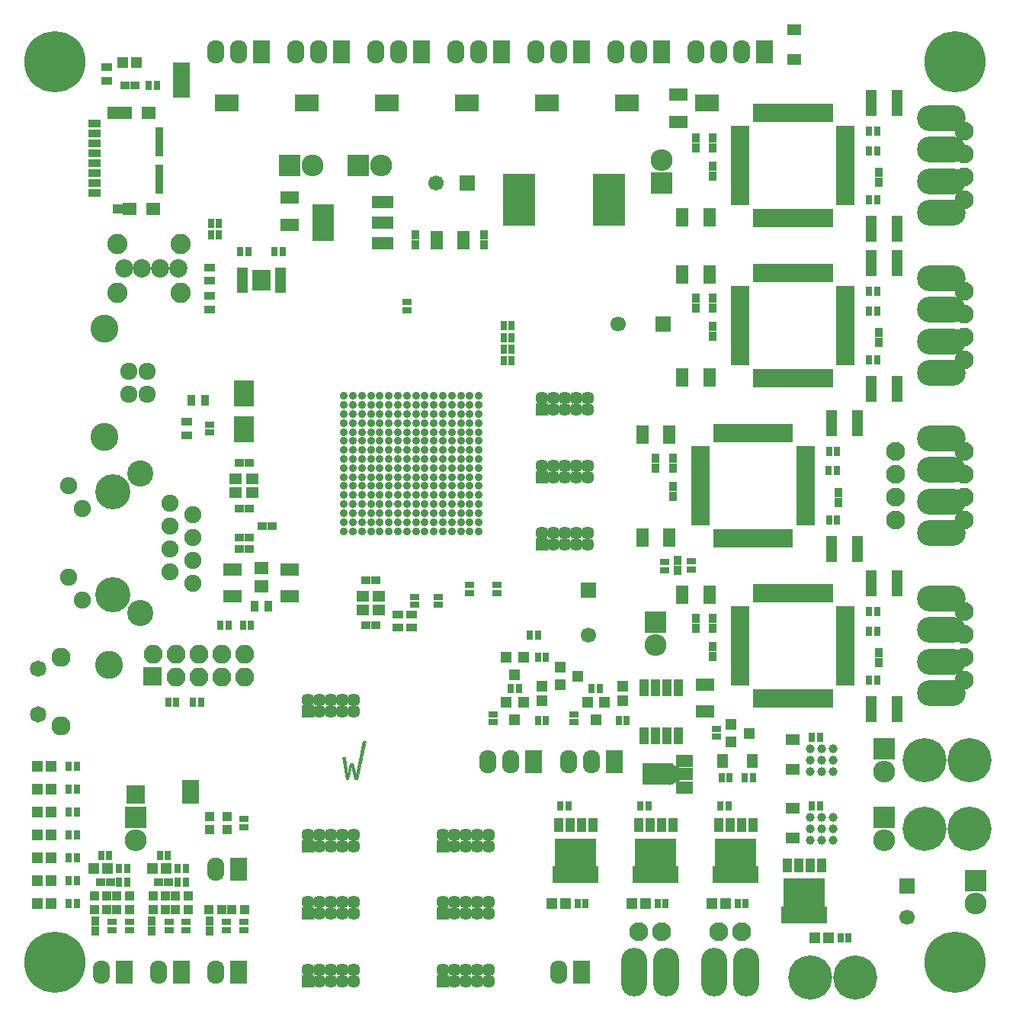
<source format=gts>
G04 #@! TF.FileFunction,Soldermask,Top*
%FSLAX46Y46*%
G04 Gerber Fmt 4.6, Leading zero omitted, Abs format (unit mm)*
G04 Created by KiCad (PCBNEW 4.0.7) date 02/13/20 09:13:16*
%MOMM*%
%LPD*%
G01*
G04 APERTURE LIST*
%ADD10C,0.100000*%
%ADD11C,0.002540*%
%ADD12C,2.100000*%
%ADD13O,5.400000X2.900000*%
%ADD14R,0.960000X2.000000*%
%ADD15R,2.000000X0.960000*%
%ADD16R,0.900000X1.000000*%
%ADD17R,1.400000X2.000000*%
%ADD18R,2.000000X1.400000*%
%ADD19R,1.200000X1.150000*%
%ADD20R,1.000000X0.900000*%
%ADD21R,1.650000X1.400000*%
%ADD22R,1.620000X1.310000*%
%ADD23R,1.197560X1.197560*%
%ADD24R,2.200860X2.899360*%
%ADD25R,1.900000X1.400000*%
%ADD26R,1.400000X1.900000*%
%ADD27R,0.900000X1.300000*%
%ADD28R,1.300000X0.900000*%
%ADD29R,3.600400X5.800040*%
%ADD30R,1.924000X2.597100*%
%ADD31O,1.924000X2.597100*%
%ADD32R,2.432000X2.432000*%
%ADD33O,2.432000X2.432000*%
%ADD34C,1.924000*%
%ADD35C,3.100020*%
%ADD36C,2.020000*%
%ADD37C,2.250000*%
%ADD38R,1.450000X1.450000*%
%ADD39C,1.450000*%
%ADD40R,1.400000X0.900000*%
%ADD41R,2.790000X1.450000*%
%ADD42R,1.600000X1.450000*%
%ADD43R,1.600000X1.480000*%
%ADD44R,1.180000X1.120000*%
%ADD45R,0.950000X3.310000*%
%ADD46R,1.200100X1.200100*%
%ADD47R,5.100000X1.900000*%
%ADD48R,4.600000X3.500000*%
%ADD49R,1.100000X1.550000*%
%ADD50C,1.000000*%
%ADD51R,1.000000X0.800000*%
%ADD52R,0.800000X1.000000*%
%ADD53R,1.300000X2.900000*%
%ADD54R,2.432000X4.057600*%
%ADD55R,2.432000X1.416000*%
%ADD56R,1.000000X1.950000*%
%ADD57R,1.290000X0.820000*%
%ADD58R,1.240000X1.340000*%
%ADD59C,6.800000*%
%ADD60R,1.400000X1.300000*%
%ADD61R,1.901140X1.400760*%
%ADD62R,3.399740X2.398980*%
%ADD63R,1.700000X1.700000*%
%ADD64C,1.700000*%
%ADD65O,2.900000X5.400000*%
%ADD66R,1.000000X1.100000*%
%ADD67C,4.900000*%
%ADD68C,2.127200*%
%ADD69C,1.822400*%
%ADD70R,2.100000X2.100000*%
%ADD71O,2.100000X2.100000*%
%ADD72C,3.100000*%
%ADD73R,1.600000X1.300000*%
%ADD74R,1.100000X1.000000*%
%ADD75R,1.200000X1.200000*%
%ADD76C,3.900000*%
%ADD77C,2.900000*%
%ADD78C,1.900000*%
%ADD79R,1.200000X1.300000*%
%ADD80R,1.300000X1.200000*%
%ADD81R,1.300000X1.600000*%
%ADD82C,0.900380*%
G04 APERTURE END LIST*
D10*
D11*
G36*
X62352364Y-107624067D02*
X62678133Y-107624067D01*
X62914604Y-109628285D01*
X63195723Y-108302062D01*
X63544643Y-108302062D01*
X63829070Y-109631593D01*
X64629986Y-105789622D01*
X64955754Y-105789622D01*
X64022546Y-110092960D01*
X63706700Y-110092960D01*
X63371010Y-108626176D01*
X63036973Y-110092960D01*
X62721127Y-110092960D01*
X62352364Y-107624067D01*
X62352364Y-107624067D01*
G37*
X62352364Y-107624067D02*
X62678133Y-107624067D01*
X62914604Y-109628285D01*
X63195723Y-108302062D01*
X63544643Y-108302062D01*
X63829070Y-109631593D01*
X64629986Y-105789622D01*
X64955754Y-105789622D01*
X64022546Y-110092960D01*
X63706700Y-110092960D01*
X63371010Y-108626176D01*
X63036973Y-110092960D01*
X62721127Y-110092960D01*
X62352364Y-107624067D01*
D12*
X123825000Y-73660000D03*
X123825000Y-76200000D03*
X131445000Y-78740000D03*
X123825000Y-81280000D03*
X131445000Y-81280000D03*
X123825000Y-78740000D03*
D13*
X128905000Y-82720000D03*
X128905000Y-79220000D03*
D12*
X131445000Y-76200000D03*
X131445000Y-73660000D03*
D13*
X128905000Y-75720000D03*
X128905000Y-72220000D03*
D14*
X108395000Y-47760000D03*
X109195000Y-47760000D03*
X109995000Y-47760000D03*
X110795000Y-47760000D03*
X111595000Y-47760000D03*
X112395000Y-47760000D03*
X113195000Y-47760000D03*
X113995000Y-47760000D03*
X114795000Y-47760000D03*
X115595000Y-47760000D03*
X116395000Y-47760000D03*
D15*
X118245000Y-45910000D03*
X118245000Y-45110000D03*
X118245000Y-44310000D03*
X118245000Y-43510000D03*
X118245000Y-42710000D03*
X118245000Y-41910000D03*
X118245000Y-41110000D03*
X118245000Y-40310000D03*
X118245000Y-39510000D03*
X118245000Y-38710000D03*
X118245000Y-37910000D03*
D14*
X116395000Y-36060000D03*
X115595000Y-36060000D03*
X114795000Y-36060000D03*
X113995000Y-36060000D03*
X113195000Y-36060000D03*
X112395000Y-36060000D03*
X111595000Y-36060000D03*
X110795000Y-36060000D03*
X109995000Y-36060000D03*
X109195000Y-36060000D03*
X108395000Y-36060000D03*
D15*
X106545000Y-37910000D03*
X106545000Y-38710000D03*
X106545000Y-39510000D03*
X106545000Y-40310000D03*
X106545000Y-41110000D03*
X106545000Y-41910000D03*
X106545000Y-42710000D03*
X106545000Y-43510000D03*
X106545000Y-44310000D03*
X106545000Y-45110000D03*
X106545000Y-45910000D03*
D16*
X34889400Y-125815000D03*
X34889400Y-126915000D03*
X41200070Y-125815000D03*
X41200070Y-126915000D03*
X78105000Y-49615000D03*
X78105000Y-50715000D03*
X70485000Y-49615000D03*
X70485000Y-50715000D03*
D17*
X75795000Y-50165000D03*
X72795000Y-50165000D03*
D18*
X56515000Y-45490000D03*
X56515000Y-48490000D03*
D16*
X47560230Y-125815000D03*
X47560230Y-126915000D03*
D19*
X42750000Y-120000000D03*
X41250000Y-120000000D03*
D20*
X43050000Y-121500000D03*
X41950000Y-121500000D03*
X66050000Y-93000000D03*
X64950000Y-93000000D03*
X64950000Y-88000000D03*
X66050000Y-88000000D03*
X38185000Y-33020000D03*
X39285000Y-33020000D03*
D19*
X37985000Y-30480000D03*
X39485000Y-30480000D03*
D16*
X103505000Y-43095000D03*
X103505000Y-41995000D03*
X121920000Y-43730000D03*
X121920000Y-42630000D03*
D18*
X99695000Y-37060000D03*
X99695000Y-34060000D03*
D17*
X103100000Y-47625000D03*
X100100000Y-47625000D03*
D16*
X101600000Y-39920000D03*
X101600000Y-38820000D03*
X103505000Y-39920000D03*
X103505000Y-38820000D03*
X103505000Y-60875000D03*
X103505000Y-59775000D03*
X121920000Y-61510000D03*
X121920000Y-60410000D03*
D17*
X103100000Y-53975000D03*
X100100000Y-53975000D03*
X103100000Y-65405000D03*
X100100000Y-65405000D03*
D16*
X101600000Y-57700000D03*
X101600000Y-56600000D03*
X103505000Y-57700000D03*
X103505000Y-56600000D03*
X99060000Y-78655000D03*
X99060000Y-77555000D03*
X117475000Y-79290000D03*
X117475000Y-78190000D03*
D17*
X98655000Y-71755000D03*
X95655000Y-71755000D03*
X98655000Y-83185000D03*
X95655000Y-83185000D03*
D16*
X97155000Y-75480000D03*
X97155000Y-74380000D03*
X99060000Y-75480000D03*
X99060000Y-74380000D03*
X103505000Y-96435000D03*
X103505000Y-95335000D03*
X121920000Y-97070000D03*
X121920000Y-95970000D03*
D17*
X103100000Y-89535000D03*
X100100000Y-89535000D03*
D18*
X102605136Y-102531096D03*
X102605136Y-99531096D03*
D16*
X101600000Y-93260000D03*
X101600000Y-92160000D03*
X103505000Y-93260000D03*
X103505000Y-92160000D03*
D18*
X56515000Y-86765000D03*
X56515000Y-89765000D03*
D20*
X54525000Y-81915000D03*
X53425000Y-81915000D03*
D18*
X50165000Y-86765000D03*
X50165000Y-89765000D03*
D20*
X50885000Y-83185000D03*
X51985000Y-83185000D03*
D21*
X53340000Y-86630000D03*
X53340000Y-88630000D03*
D20*
X50885000Y-84455000D03*
X51985000Y-84455000D03*
D22*
X112395000Y-105680000D03*
X112395000Y-108950000D03*
D23*
X95999300Y-123825000D03*
X94500700Y-123825000D03*
X104889300Y-123825000D03*
X103390700Y-123825000D03*
X87109300Y-123825000D03*
X85610700Y-123825000D03*
D24*
X51435000Y-67216020D03*
X51435000Y-71213980D03*
D23*
X116319300Y-127635000D03*
X114820700Y-127635000D03*
X29959300Y-108585000D03*
X28460700Y-108585000D03*
X29959300Y-113665000D03*
X28460700Y-113665000D03*
X29959300Y-116205000D03*
X28460700Y-116205000D03*
X29959300Y-118745000D03*
X28460700Y-118745000D03*
X29959300Y-121285000D03*
X28460700Y-121285000D03*
X29959300Y-123825000D03*
X28460700Y-123825000D03*
D25*
X44450000Y-33655000D03*
X44450000Y-32385000D03*
X44450000Y-31115000D03*
D26*
X50175000Y-34925000D03*
X48905000Y-34925000D03*
X59065000Y-34925000D03*
X57795000Y-34925000D03*
X67955000Y-34925000D03*
X66685000Y-34925000D03*
X76845000Y-34925000D03*
X75575000Y-34925000D03*
X85735000Y-34925000D03*
X84465000Y-34925000D03*
X94625000Y-34925000D03*
X93355000Y-34925000D03*
X103515000Y-34925000D03*
X102245000Y-34925000D03*
D27*
X47105000Y-67945000D03*
X45605000Y-67945000D03*
D28*
X45085000Y-71870000D03*
X45085000Y-70370000D03*
X47625000Y-56400000D03*
X47625000Y-57900000D03*
X47625000Y-54725000D03*
X47625000Y-53225000D03*
X36195000Y-32500000D03*
X36195000Y-31000000D03*
X68500000Y-93250000D03*
X68500000Y-91750000D03*
X70000000Y-93250000D03*
X70000000Y-91750000D03*
D29*
X91996260Y-45720000D03*
X81993740Y-45720000D03*
D27*
X54090000Y-90805000D03*
X52590000Y-90805000D03*
D30*
X38100000Y-131521200D03*
D31*
X35560000Y-131521200D03*
D32*
X122555000Y-106680000D03*
D33*
X122555000Y-109220000D03*
D32*
X97100000Y-92600000D03*
D33*
X97100000Y-95140000D03*
D31*
X48260000Y-29286200D03*
D30*
X53340000Y-29286200D03*
D31*
X50800000Y-29286200D03*
D32*
X56515000Y-41910000D03*
D33*
X59055000Y-41910000D03*
D30*
X44450000Y-131521200D03*
D31*
X41910000Y-131521200D03*
X57150000Y-29286200D03*
D30*
X62230000Y-29286200D03*
D31*
X59690000Y-29286200D03*
D32*
X64135000Y-41910000D03*
D33*
X66675000Y-41910000D03*
D30*
X50800000Y-131521200D03*
D31*
X48260000Y-131521200D03*
X66040000Y-29286200D03*
D30*
X71120000Y-29286200D03*
D31*
X68580000Y-29286200D03*
D30*
X88900000Y-131521200D03*
D31*
X86360000Y-131521200D03*
X74930000Y-29286200D03*
D30*
X80010000Y-29286200D03*
D31*
X77470000Y-29286200D03*
D34*
X40640000Y-64770000D03*
X40640000Y-67310000D03*
X38641020Y-67310000D03*
X38641020Y-64770000D03*
D35*
X35941000Y-60040520D03*
X35941000Y-72039480D03*
D31*
X83820000Y-29286200D03*
D30*
X88900000Y-29286200D03*
D31*
X86360000Y-29286200D03*
X92710000Y-29286200D03*
D30*
X97790000Y-29286200D03*
D31*
X95250000Y-29286200D03*
D36*
X38100000Y-53340000D03*
X40100000Y-53340000D03*
X42100000Y-53340000D03*
D37*
X37370000Y-50620000D03*
D36*
X44100000Y-53340000D03*
D37*
X44370000Y-50620000D03*
X37370000Y-56060000D03*
X44370000Y-56060000D03*
D38*
X58500000Y-102500000D03*
D39*
X59770000Y-102500000D03*
X61040000Y-102500000D03*
X62310000Y-102500000D03*
X63580000Y-102500000D03*
X59770000Y-101230000D03*
X61040000Y-101230000D03*
X62310000Y-101230000D03*
X63580000Y-101230000D03*
X58500000Y-101230000D03*
D38*
X73500000Y-132500000D03*
D39*
X74770000Y-132500000D03*
X76040000Y-132500000D03*
X77310000Y-132500000D03*
X78580000Y-132500000D03*
X74770000Y-131230000D03*
X76040000Y-131230000D03*
X77310000Y-131230000D03*
X78580000Y-131230000D03*
X73500000Y-131230000D03*
D32*
X39370000Y-114300000D03*
D33*
X39370000Y-116840000D03*
D38*
X58500000Y-132500000D03*
D39*
X59770000Y-132500000D03*
X61040000Y-132500000D03*
X62310000Y-132500000D03*
X63580000Y-132500000D03*
X59770000Y-131230000D03*
X61040000Y-131230000D03*
X62310000Y-131230000D03*
X63580000Y-131230000D03*
X58500000Y-131230000D03*
D12*
X131445000Y-43180000D03*
X131445000Y-45720000D03*
D13*
X128905000Y-47160000D03*
X128905000Y-43660000D03*
D12*
X131445000Y-40640000D03*
X131445000Y-38100000D03*
D13*
X128905000Y-40160000D03*
X128905000Y-36660000D03*
D12*
X131445000Y-60960000D03*
X131445000Y-63500000D03*
D13*
X128905000Y-64940000D03*
X128905000Y-61440000D03*
D12*
X131445000Y-58420000D03*
X131445000Y-55880000D03*
D13*
X128905000Y-57940000D03*
X128905000Y-54440000D03*
D12*
X131445000Y-96520000D03*
X131445000Y-99060000D03*
D13*
X128905000Y-100500000D03*
X128905000Y-97000000D03*
D12*
X131445000Y-93980000D03*
X131445000Y-91440000D03*
D13*
X128905000Y-93500000D03*
X128905000Y-90000000D03*
D38*
X73500000Y-125000000D03*
D39*
X74770000Y-125000000D03*
X76040000Y-125000000D03*
X77310000Y-125000000D03*
X78580000Y-125000000D03*
X74770000Y-123730000D03*
X76040000Y-123730000D03*
X77310000Y-123730000D03*
X78580000Y-123730000D03*
X73500000Y-123730000D03*
D38*
X58500000Y-125000000D03*
D39*
X59770000Y-125000000D03*
X61040000Y-125000000D03*
X62310000Y-125000000D03*
X63580000Y-125000000D03*
X59770000Y-123730000D03*
X61040000Y-123730000D03*
X62310000Y-123730000D03*
X63580000Y-123730000D03*
X58500000Y-123730000D03*
D38*
X73500000Y-117500000D03*
D39*
X74770000Y-117500000D03*
X76040000Y-117500000D03*
X77310000Y-117500000D03*
X78580000Y-117500000D03*
X74770000Y-116230000D03*
X76040000Y-116230000D03*
X77310000Y-116230000D03*
X78580000Y-116230000D03*
X73500000Y-116230000D03*
D40*
X34790000Y-44960000D03*
X34790000Y-43860000D03*
X34790000Y-42760000D03*
X34790000Y-41660000D03*
X34790000Y-40560000D03*
X34790000Y-39460000D03*
X34790000Y-38360000D03*
X34790000Y-37260000D03*
D41*
X37595000Y-36085000D03*
D42*
X40780000Y-36085000D03*
X41350000Y-46735000D03*
D43*
X38740000Y-46735000D03*
D44*
X37470000Y-46735000D03*
D45*
X42025000Y-39265000D03*
X42025000Y-43455000D03*
D46*
X82450000Y-101499240D03*
X80550000Y-101499240D03*
X81500000Y-103498220D03*
X91450000Y-101499240D03*
X89550000Y-101499240D03*
X90500000Y-103498220D03*
D47*
X97155000Y-120650000D03*
D48*
X97155000Y-118350000D03*
D49*
X99055000Y-115175000D03*
X97785000Y-115175000D03*
X96515000Y-115175000D03*
X95245000Y-115175000D03*
D50*
X98425000Y-117475000D03*
X97155000Y-117475000D03*
X95885000Y-117475000D03*
X98425000Y-118745000D03*
X97155000Y-118745000D03*
X95885000Y-118745000D03*
X98425000Y-120015000D03*
X97155000Y-120015000D03*
X95885000Y-120015000D03*
D47*
X106045000Y-120650000D03*
D48*
X106045000Y-118350000D03*
D49*
X107945000Y-115175000D03*
X106675000Y-115175000D03*
X105405000Y-115175000D03*
X104135000Y-115175000D03*
D50*
X107315000Y-117475000D03*
X106045000Y-117475000D03*
X104775000Y-117475000D03*
X107315000Y-118745000D03*
X106045000Y-118745000D03*
X104775000Y-118745000D03*
X107315000Y-120015000D03*
X106045000Y-120015000D03*
X104775000Y-120015000D03*
D47*
X113665000Y-125095000D03*
D48*
X113665000Y-122795000D03*
D49*
X115565000Y-119620000D03*
X114295000Y-119620000D03*
X113025000Y-119620000D03*
X111755000Y-119620000D03*
D50*
X114935000Y-121920000D03*
X113665000Y-121920000D03*
X112395000Y-121920000D03*
X114935000Y-123190000D03*
X113665000Y-123190000D03*
X112395000Y-123190000D03*
X114935000Y-124460000D03*
X113665000Y-124460000D03*
X112395000Y-124460000D03*
D51*
X38699400Y-126815000D03*
X38699400Y-125915000D03*
X36794400Y-125915000D03*
X36794400Y-126815000D03*
D52*
X114485000Y-105410000D03*
X115385000Y-105410000D03*
X81050000Y-100000000D03*
X81950000Y-100000000D03*
X90050000Y-100000000D03*
X90950000Y-100000000D03*
X80250000Y-63600000D03*
X81150000Y-63600000D03*
X80250000Y-62300000D03*
X81150000Y-62300000D03*
D51*
X45010070Y-126815000D03*
X45010070Y-125915000D03*
X43105070Y-125915000D03*
X43105070Y-126815000D03*
X51370230Y-126815000D03*
X51370230Y-125915000D03*
X49465230Y-125915000D03*
X49465230Y-126815000D03*
D52*
X96335000Y-113030000D03*
X95435000Y-113030000D03*
X105225000Y-113030000D03*
X104325000Y-113030000D03*
D51*
X47625000Y-70670000D03*
X47625000Y-71570000D03*
D52*
X42050000Y-118500000D03*
X42950000Y-118500000D03*
X44950000Y-121500000D03*
X44050000Y-121500000D03*
X44950000Y-120000000D03*
X44050000Y-120000000D03*
X87445000Y-113030000D03*
X86545000Y-113030000D03*
D51*
X70400000Y-90700000D03*
X70400000Y-89800000D03*
D52*
X80250000Y-61000000D03*
X81150000Y-61000000D03*
X48650000Y-49600000D03*
X47750000Y-49600000D03*
X48650000Y-48300000D03*
X47750000Y-48300000D03*
X51885000Y-51435000D03*
X50985000Y-51435000D03*
X54795000Y-51435000D03*
X55695000Y-51435000D03*
D51*
X73000000Y-90700000D03*
X73000000Y-89800000D03*
D52*
X45760000Y-101500000D03*
X46660000Y-101500000D03*
X43010000Y-101500000D03*
X43910000Y-101500000D03*
D51*
X76500000Y-88500000D03*
X76500000Y-89400000D03*
X79500000Y-88500000D03*
X79500000Y-89400000D03*
X69500000Y-57950000D03*
X69500000Y-57050000D03*
D52*
X40825000Y-33020000D03*
X41725000Y-33020000D03*
X120835000Y-45720000D03*
X121735000Y-45720000D03*
D53*
X121105000Y-48895000D03*
X124005000Y-48895000D03*
D52*
X120835000Y-38100000D03*
X121735000Y-38100000D03*
D53*
X121105000Y-34925000D03*
X124005000Y-34925000D03*
D52*
X120835000Y-63500000D03*
X121735000Y-63500000D03*
D53*
X121105000Y-66675000D03*
X124005000Y-66675000D03*
D52*
X120835000Y-55880000D03*
X121735000Y-55880000D03*
D53*
X121105000Y-52705000D03*
X124005000Y-52705000D03*
D52*
X116390000Y-81280000D03*
X117290000Y-81280000D03*
D53*
X116660000Y-84455000D03*
X119560000Y-84455000D03*
D52*
X116390000Y-73660000D03*
X117290000Y-73660000D03*
D53*
X116660000Y-70485000D03*
X119560000Y-70485000D03*
D52*
X120835000Y-99060000D03*
X121735000Y-99060000D03*
D53*
X121105000Y-102235000D03*
X124005000Y-102235000D03*
D52*
X120835000Y-91440000D03*
X121735000Y-91440000D03*
D53*
X121105000Y-88265000D03*
X124005000Y-88265000D03*
D54*
X60198000Y-48260000D03*
D55*
X66802000Y-48260000D03*
X66802000Y-45974000D03*
X66802000Y-50546000D03*
D56*
X99655000Y-99860000D03*
X98385000Y-99860000D03*
X97115000Y-99860000D03*
X95845000Y-99860000D03*
X95845000Y-105260000D03*
X97115000Y-105260000D03*
X98385000Y-105260000D03*
X99655000Y-105260000D03*
D57*
X55445000Y-55585000D03*
X55445000Y-54935000D03*
X55445000Y-54285000D03*
X55445000Y-53635000D03*
X51235000Y-53635000D03*
X51235000Y-54285000D03*
X51235000Y-54935000D03*
X51235000Y-55585000D03*
D58*
X52920000Y-54140000D03*
X52920000Y-55080000D03*
X53760000Y-54140000D03*
X53760000Y-55080000D03*
D14*
X108395000Y-65540000D03*
X109195000Y-65540000D03*
X109995000Y-65540000D03*
X110795000Y-65540000D03*
X111595000Y-65540000D03*
X112395000Y-65540000D03*
X113195000Y-65540000D03*
X113995000Y-65540000D03*
X114795000Y-65540000D03*
X115595000Y-65540000D03*
X116395000Y-65540000D03*
D15*
X118245000Y-63690000D03*
X118245000Y-62890000D03*
X118245000Y-62090000D03*
X118245000Y-61290000D03*
X118245000Y-60490000D03*
X118245000Y-59690000D03*
X118245000Y-58890000D03*
X118245000Y-58090000D03*
X118245000Y-57290000D03*
X118245000Y-56490000D03*
X118245000Y-55690000D03*
D14*
X116395000Y-53840000D03*
X115595000Y-53840000D03*
X114795000Y-53840000D03*
X113995000Y-53840000D03*
X113195000Y-53840000D03*
X112395000Y-53840000D03*
X111595000Y-53840000D03*
X110795000Y-53840000D03*
X109995000Y-53840000D03*
X109195000Y-53840000D03*
X108395000Y-53840000D03*
D15*
X106545000Y-55690000D03*
X106545000Y-56490000D03*
X106545000Y-57290000D03*
X106545000Y-58090000D03*
X106545000Y-58890000D03*
X106545000Y-59690000D03*
X106545000Y-60490000D03*
X106545000Y-61290000D03*
X106545000Y-62090000D03*
X106545000Y-62890000D03*
X106545000Y-63690000D03*
D14*
X103950000Y-83320000D03*
X104750000Y-83320000D03*
X105550000Y-83320000D03*
X106350000Y-83320000D03*
X107150000Y-83320000D03*
X107950000Y-83320000D03*
X108750000Y-83320000D03*
X109550000Y-83320000D03*
X110350000Y-83320000D03*
X111150000Y-83320000D03*
X111950000Y-83320000D03*
D15*
X113800000Y-81470000D03*
X113800000Y-80670000D03*
X113800000Y-79870000D03*
X113800000Y-79070000D03*
X113800000Y-78270000D03*
X113800000Y-77470000D03*
X113800000Y-76670000D03*
X113800000Y-75870000D03*
X113800000Y-75070000D03*
X113800000Y-74270000D03*
X113800000Y-73470000D03*
D14*
X111950000Y-71620000D03*
X111150000Y-71620000D03*
X110350000Y-71620000D03*
X109550000Y-71620000D03*
X108750000Y-71620000D03*
X107950000Y-71620000D03*
X107150000Y-71620000D03*
X106350000Y-71620000D03*
X105550000Y-71620000D03*
X104750000Y-71620000D03*
X103950000Y-71620000D03*
D15*
X102100000Y-73470000D03*
X102100000Y-74270000D03*
X102100000Y-75070000D03*
X102100000Y-75870000D03*
X102100000Y-76670000D03*
X102100000Y-77470000D03*
X102100000Y-78270000D03*
X102100000Y-79070000D03*
X102100000Y-79870000D03*
X102100000Y-80670000D03*
X102100000Y-81470000D03*
D14*
X108395000Y-101100000D03*
X109195000Y-101100000D03*
X109995000Y-101100000D03*
X110795000Y-101100000D03*
X111595000Y-101100000D03*
X112395000Y-101100000D03*
X113195000Y-101100000D03*
X113995000Y-101100000D03*
X114795000Y-101100000D03*
X115595000Y-101100000D03*
X116395000Y-101100000D03*
D15*
X118245000Y-99250000D03*
X118245000Y-98450000D03*
X118245000Y-97650000D03*
X118245000Y-96850000D03*
X118245000Y-96050000D03*
X118245000Y-95250000D03*
X118245000Y-94450000D03*
X118245000Y-93650000D03*
X118245000Y-92850000D03*
X118245000Y-92050000D03*
X118245000Y-91250000D03*
D14*
X116395000Y-89400000D03*
X115595000Y-89400000D03*
X114795000Y-89400000D03*
X113995000Y-89400000D03*
X113195000Y-89400000D03*
X112395000Y-89400000D03*
X111595000Y-89400000D03*
X110795000Y-89400000D03*
X109995000Y-89400000D03*
X109195000Y-89400000D03*
X108395000Y-89400000D03*
D15*
X106545000Y-91250000D03*
X106545000Y-92050000D03*
X106545000Y-92850000D03*
X106545000Y-93650000D03*
X106545000Y-94450000D03*
X106545000Y-95250000D03*
X106545000Y-96050000D03*
X106545000Y-96850000D03*
X106545000Y-97650000D03*
X106545000Y-98450000D03*
X106545000Y-99250000D03*
D59*
X30400000Y-30400000D03*
X130400000Y-30400000D03*
X30400000Y-130400000D03*
X130400000Y-130400000D03*
D60*
X66425000Y-89725000D03*
X64575000Y-89725000D03*
X64575000Y-91275000D03*
X66425000Y-91275000D03*
X50510000Y-78245000D03*
X52360000Y-78245000D03*
X52360000Y-76695000D03*
X50510000Y-76695000D03*
D61*
X100351660Y-111001140D03*
X100351660Y-109500000D03*
X100351660Y-107998860D03*
D62*
X97400180Y-109500000D03*
D10*
G36*
X98674650Y-108299240D02*
X99823950Y-108799620D01*
X99823950Y-110200380D01*
X98674650Y-110700760D01*
X98674650Y-108299240D01*
X98674650Y-108299240D01*
G37*
D63*
X98000000Y-59500000D03*
D64*
X93000000Y-59500000D03*
X72700000Y-43815000D03*
D63*
X76200000Y-43815000D03*
X89700000Y-89100000D03*
D64*
X89700000Y-94100000D03*
D12*
X97790000Y-127000000D03*
X95250000Y-127000000D03*
D65*
X98270000Y-131445000D03*
X94770000Y-131445000D03*
D12*
X106680000Y-127000000D03*
X104140000Y-127000000D03*
D65*
X107160000Y-131445000D03*
X103660000Y-131445000D03*
D38*
X58500000Y-117500000D03*
D39*
X59770000Y-117500000D03*
X61040000Y-117500000D03*
X62310000Y-117500000D03*
X63580000Y-117500000D03*
X59770000Y-116230000D03*
X61040000Y-116230000D03*
X62310000Y-116230000D03*
X63580000Y-116230000D03*
X58500000Y-116230000D03*
D16*
X99600000Y-86850000D03*
X99600000Y-85750000D03*
D66*
X37300000Y-124500000D03*
X38700000Y-124500000D03*
X34800000Y-124500000D03*
X36200000Y-124500000D03*
X43800000Y-124500000D03*
X45200000Y-124500000D03*
X41300000Y-124500000D03*
X42700000Y-124500000D03*
X48950000Y-124500000D03*
X47550000Y-124500000D03*
X51450000Y-124500000D03*
X50050000Y-124500000D03*
X43800000Y-123000000D03*
X45200000Y-123000000D03*
X41300000Y-123000000D03*
X42700000Y-123000000D03*
D51*
X98100000Y-85950000D03*
X98100000Y-86850000D03*
X101100000Y-85850000D03*
X101100000Y-86750000D03*
D52*
X84950000Y-96500000D03*
X84050000Y-96500000D03*
D32*
X122555000Y-114300000D03*
D33*
X122555000Y-116840000D03*
D19*
X36250000Y-120000000D03*
X34750000Y-120000000D03*
D20*
X36550000Y-121500000D03*
X35450000Y-121500000D03*
D66*
X37300000Y-123000000D03*
X38700000Y-123000000D03*
X34800000Y-123000000D03*
X36200000Y-123000000D03*
D23*
X29959300Y-111125000D03*
X28460700Y-111125000D03*
D67*
X127040000Y-107950000D03*
X132040000Y-107950000D03*
X127040000Y-115570000D03*
X132040000Y-115570000D03*
X114340000Y-132080000D03*
X119340000Y-132080000D03*
D52*
X114485000Y-113030000D03*
X115385000Y-113030000D03*
X35550000Y-118500000D03*
X36450000Y-118500000D03*
X38450000Y-121500000D03*
X37550000Y-121500000D03*
X80250000Y-59700000D03*
X81150000Y-59700000D03*
X104450000Y-109900000D03*
X105350000Y-109900000D03*
X38450000Y-120000000D03*
X37550000Y-120000000D03*
X98240000Y-123825000D03*
X97340000Y-123825000D03*
X107130000Y-123825000D03*
X106230000Y-123825000D03*
X89350000Y-123825000D03*
X88450000Y-123825000D03*
X117660000Y-127635000D03*
X118560000Y-127635000D03*
X32835000Y-108585000D03*
X31935000Y-108585000D03*
X32835000Y-113665000D03*
X31935000Y-113665000D03*
X32835000Y-116205000D03*
X31935000Y-116205000D03*
X32835000Y-118745000D03*
X31935000Y-118745000D03*
X32835000Y-121285000D03*
X31935000Y-121285000D03*
X32835000Y-123825000D03*
X31935000Y-123825000D03*
X32835000Y-111125000D03*
X31935000Y-111125000D03*
D47*
X88265000Y-120650000D03*
D48*
X88265000Y-118350000D03*
D49*
X90165000Y-115175000D03*
X88895000Y-115175000D03*
X87625000Y-115175000D03*
X86355000Y-115175000D03*
D50*
X89535000Y-117475000D03*
X88265000Y-117475000D03*
X86995000Y-117475000D03*
X89535000Y-118745000D03*
X88265000Y-118745000D03*
X86995000Y-118745000D03*
X89535000Y-120015000D03*
X88265000Y-120015000D03*
X86995000Y-120015000D03*
D22*
X112395000Y-113300000D03*
X112395000Y-116570000D03*
D50*
X114300000Y-109220000D03*
X114300000Y-107950000D03*
X114300000Y-106680000D03*
X115570000Y-109220000D03*
X115570000Y-107950000D03*
X115570000Y-106680000D03*
X116840000Y-109220000D03*
X116840000Y-107950000D03*
X116840000Y-106680000D03*
X114300000Y-116840000D03*
X114300000Y-115570000D03*
X114300000Y-114300000D03*
X115570000Y-116840000D03*
X115570000Y-115570000D03*
X115570000Y-114300000D03*
X116840000Y-116840000D03*
X116840000Y-115570000D03*
X116840000Y-114300000D03*
D32*
X97790000Y-43815000D03*
D33*
X97790000Y-41275000D03*
D32*
X132715000Y-121285000D03*
D33*
X132715000Y-123825000D03*
D64*
X125095000Y-125420000D03*
D63*
X125095000Y-121920000D03*
D20*
X50885000Y-80010000D03*
X51985000Y-80010000D03*
X51985000Y-74930000D03*
X50885000Y-74930000D03*
D30*
X50800000Y-120091200D03*
D31*
X48260000Y-120091200D03*
D51*
X51435000Y-114485000D03*
X51435000Y-115385000D03*
D68*
X31115000Y-104140000D03*
X31115000Y-96520000D03*
D69*
X28575000Y-97790000D03*
X28575000Y-102870000D03*
D70*
X41270000Y-98670000D03*
D71*
X41300000Y-96160000D03*
X43840000Y-98700000D03*
X43840000Y-96160000D03*
X46380000Y-98700000D03*
X46380000Y-96160000D03*
X48920000Y-98700000D03*
X48920000Y-96160000D03*
X51460000Y-98700000D03*
X51460000Y-96160000D03*
D52*
X49700000Y-93000000D03*
X48800000Y-93000000D03*
X52200000Y-93000000D03*
X51300000Y-93000000D03*
D72*
X36400000Y-97400000D03*
D31*
X78460000Y-108076200D03*
D30*
X83540000Y-108076200D03*
D31*
X81000000Y-108076200D03*
X87460000Y-108076200D03*
D30*
X92540000Y-108076200D03*
D31*
X90000000Y-108076200D03*
D73*
X112500000Y-30150000D03*
X112500000Y-26850000D03*
D70*
X39370000Y-111760000D03*
D74*
X47625000Y-114235000D03*
X47625000Y-115635000D03*
X49530000Y-115635000D03*
X49530000Y-114235000D03*
D31*
X101600000Y-29286200D03*
X104140000Y-29286200D03*
D30*
X109220000Y-29286200D03*
D31*
X106680000Y-29286200D03*
D75*
X84500000Y-101300000D03*
X84500000Y-99700000D03*
X93500000Y-101300000D03*
X93500000Y-99700000D03*
D52*
X84950000Y-103500000D03*
X84050000Y-103500000D03*
X93950000Y-103500000D03*
X93050000Y-103500000D03*
D38*
X84500000Y-69000000D03*
D39*
X85770000Y-69000000D03*
X87040000Y-69000000D03*
X88310000Y-69000000D03*
X89580000Y-69000000D03*
X85770000Y-67730000D03*
X87040000Y-67730000D03*
X88310000Y-67730000D03*
X89580000Y-67730000D03*
X84500000Y-67730000D03*
D38*
X84500000Y-76500000D03*
D39*
X85770000Y-76500000D03*
X87040000Y-76500000D03*
X88310000Y-76500000D03*
X89580000Y-76500000D03*
X85770000Y-75230000D03*
X87040000Y-75230000D03*
X88310000Y-75230000D03*
X89580000Y-75230000D03*
X84500000Y-75230000D03*
D38*
X84500000Y-84000000D03*
D39*
X85770000Y-84000000D03*
X87040000Y-84000000D03*
X88310000Y-84000000D03*
X89580000Y-84000000D03*
X85770000Y-82730000D03*
X87040000Y-82730000D03*
X88310000Y-82730000D03*
X89580000Y-82730000D03*
X84500000Y-82730000D03*
D76*
X36830000Y-89535000D03*
X36830000Y-78105000D03*
D77*
X39880000Y-91565000D03*
X39880000Y-76075000D03*
D78*
X33450000Y-90155000D03*
X31930000Y-77505000D03*
X31930000Y-87615000D03*
X33450000Y-80045000D03*
X45720000Y-83185000D03*
X45720000Y-80645000D03*
X45720000Y-85725000D03*
X45720000Y-88265000D03*
X43180000Y-84455000D03*
X43180000Y-86995000D03*
X43180000Y-81915000D03*
X43180000Y-79375000D03*
D79*
X82450000Y-96500000D03*
X80550000Y-96500000D03*
X81500000Y-98500000D03*
D80*
X86500000Y-97650000D03*
X86500000Y-99550000D03*
X88500000Y-98600000D03*
D51*
X79100000Y-102850000D03*
X79100000Y-103750000D03*
D52*
X83150000Y-94100000D03*
X84050000Y-94100000D03*
D51*
X88100000Y-102850000D03*
X88100000Y-103750000D03*
D52*
X121750000Y-40300000D03*
X120850000Y-40300000D03*
X121750000Y-58100000D03*
X120850000Y-58100000D03*
X117250000Y-75800000D03*
X116350000Y-75800000D03*
X121750000Y-93600000D03*
X120850000Y-93600000D03*
D80*
X105500000Y-104000000D03*
X105500000Y-105900000D03*
X107500000Y-104950000D03*
D51*
X103900000Y-105350000D03*
X103900000Y-104450000D03*
D52*
X107950000Y-109900000D03*
X107050000Y-109900000D03*
D81*
X107850000Y-108000000D03*
X104550000Y-108000000D03*
D82*
X62505551Y-82506791D03*
X62505551Y-81506031D03*
X62505551Y-80505271D03*
X62505551Y-79507051D03*
X62505551Y-78506291D03*
X62505551Y-77505531D03*
X62505551Y-76507311D03*
X62505551Y-75506551D03*
X62505551Y-74505791D03*
X62505551Y-73505031D03*
X62505551Y-72506811D03*
X62505551Y-71506051D03*
X62505551Y-70505291D03*
X62505551Y-69507071D03*
X62505551Y-68506311D03*
X62505551Y-67505551D03*
X63506311Y-82506791D03*
X64507071Y-82506791D03*
X65505291Y-82506791D03*
X66506051Y-82506791D03*
X67506811Y-82506791D03*
X68505031Y-82506791D03*
X69505791Y-82506791D03*
X70506551Y-82506791D03*
X63506311Y-67505551D03*
X63506311Y-68506311D03*
X63506311Y-69507071D03*
X63506311Y-70505291D03*
X63506311Y-71506051D03*
X63506311Y-72506811D03*
X63506311Y-73505031D03*
X63506311Y-74505791D03*
X63506311Y-75506551D03*
X63506311Y-76507311D03*
X63506311Y-77505531D03*
X63506311Y-78506291D03*
X63506311Y-81506031D03*
X63506311Y-80505271D03*
X63506311Y-79507051D03*
X64507071Y-81506031D03*
X64507071Y-80505271D03*
X64507071Y-79507051D03*
X64507071Y-78506291D03*
X64507071Y-77505531D03*
X64507071Y-76507311D03*
X64507071Y-75506551D03*
X64507071Y-74505791D03*
X65505291Y-81506031D03*
X65505291Y-80505271D03*
X65505291Y-79507051D03*
X65505291Y-78506291D03*
X65505291Y-77505531D03*
X65505291Y-76507311D03*
X65505291Y-75506551D03*
X65505291Y-74505791D03*
X66506051Y-81506031D03*
X66506051Y-80505271D03*
X66506051Y-79507051D03*
X64507071Y-73505031D03*
X65505291Y-73505031D03*
X64507071Y-72506811D03*
X65505291Y-72506811D03*
X65505291Y-71506051D03*
X64507071Y-71506051D03*
X64507071Y-70505291D03*
X64507071Y-69507071D03*
X65505291Y-69507071D03*
X65505291Y-70505291D03*
X64507071Y-68506311D03*
X65505291Y-68506311D03*
X65505291Y-67505551D03*
X64507071Y-67505551D03*
X66506051Y-70505291D03*
X67506811Y-70505291D03*
X68505031Y-70505291D03*
X68505031Y-69507071D03*
X67506811Y-69507071D03*
X66506051Y-69507071D03*
X66506051Y-68506311D03*
X67506811Y-68506311D03*
X68505031Y-68506311D03*
X68505031Y-67505551D03*
X67506811Y-67505551D03*
X66506051Y-67505551D03*
X67506811Y-81506031D03*
X67506811Y-80505271D03*
X67506811Y-79507051D03*
X68505031Y-79507051D03*
X68505031Y-80505271D03*
X68505031Y-81506031D03*
X69505791Y-81506031D03*
X69505791Y-80505271D03*
X69505791Y-79507051D03*
X70506551Y-79507051D03*
X70506551Y-80505271D03*
X70506551Y-81506031D03*
X71507311Y-82506791D03*
X71507311Y-81506031D03*
X71507311Y-80505271D03*
X71507311Y-79507051D03*
X72505531Y-79507051D03*
X72505531Y-80505271D03*
X72505531Y-81506031D03*
X72505531Y-82506791D03*
X73506291Y-82506791D03*
X73506291Y-81506031D03*
X73506291Y-80505271D03*
X73506291Y-79507051D03*
X74507051Y-79507051D03*
X75505271Y-79507051D03*
X76506031Y-79507051D03*
X76506031Y-80505271D03*
X75505271Y-80505271D03*
X74507051Y-80505271D03*
X74507051Y-81506031D03*
X75505271Y-81506031D03*
X76506031Y-81506031D03*
X74507051Y-82506791D03*
X75505271Y-82506791D03*
X76506031Y-82506791D03*
X77506791Y-82506791D03*
X77506791Y-81506031D03*
X77506791Y-80505271D03*
X77506791Y-79507051D03*
X66506051Y-75506551D03*
X66506051Y-76507311D03*
X66506051Y-77505531D03*
X66506051Y-78506291D03*
X67506811Y-78506291D03*
X67506811Y-77505531D03*
X67506811Y-76507311D03*
X67506811Y-75506551D03*
X68505031Y-78506291D03*
X68505031Y-77505531D03*
X68505031Y-76507311D03*
X68505031Y-75506551D03*
X69505791Y-78506291D03*
X69505791Y-77505531D03*
X69505791Y-76507311D03*
X69505791Y-75506551D03*
X70506551Y-78506291D03*
X70506551Y-77505531D03*
X70506551Y-76507311D03*
X70506551Y-75506551D03*
X71507311Y-78506291D03*
X71507311Y-77505531D03*
X71507311Y-76507311D03*
X71507311Y-75506551D03*
X72505531Y-78506291D03*
X72505531Y-77505531D03*
X72505531Y-76507311D03*
X72505531Y-75506551D03*
X73506291Y-78506291D03*
X73506291Y-77505531D03*
X73506291Y-76507311D03*
X75505271Y-78506291D03*
X75505271Y-77505531D03*
X76506031Y-78506291D03*
X76506031Y-77505531D03*
X77506791Y-78506291D03*
X77506791Y-77505531D03*
X73506291Y-75506551D03*
X74507051Y-78506291D03*
X74507051Y-77505531D03*
X74507051Y-76507311D03*
X75505271Y-72506811D03*
X75505271Y-73505031D03*
X75505271Y-74505791D03*
X75505271Y-75506551D03*
X75505271Y-76507311D03*
X76506031Y-76507311D03*
X76506031Y-75506551D03*
X76506031Y-74505791D03*
X76506031Y-73505031D03*
X76506031Y-72506811D03*
X77506791Y-76507311D03*
X77506791Y-75506551D03*
X77506791Y-74505791D03*
X77506791Y-73505031D03*
X77506791Y-72506811D03*
X74507051Y-75506551D03*
X66506051Y-74505791D03*
X66506051Y-73505031D03*
X66506051Y-72506811D03*
X66506051Y-71506051D03*
X75505271Y-71506051D03*
X67506811Y-74505791D03*
X67506811Y-73505031D03*
X67506811Y-72506811D03*
X67506811Y-71506051D03*
X70506551Y-74505791D03*
X68505031Y-71506051D03*
X68505031Y-72506811D03*
X68505031Y-73505031D03*
X68505031Y-74505791D03*
X76506031Y-71506051D03*
X77506791Y-71506051D03*
X69505791Y-74505791D03*
X69505791Y-73505031D03*
X69505791Y-72506811D03*
X69505791Y-71506051D03*
X70506551Y-73505031D03*
X70506551Y-72506811D03*
X70506551Y-71506051D03*
X69505791Y-70505291D03*
X70506551Y-70505291D03*
X71507311Y-70505291D03*
X72505531Y-70505291D03*
X73506291Y-70505291D03*
X74507051Y-70505291D03*
X75505271Y-70505291D03*
X76506031Y-70505291D03*
X77506791Y-70505291D03*
X74507051Y-74505791D03*
X73506291Y-74505791D03*
X72505531Y-74505791D03*
X71507311Y-74505791D03*
X71507311Y-73505031D03*
X72505531Y-73505031D03*
X73506291Y-73505031D03*
X74507051Y-73505031D03*
X77506791Y-69507071D03*
X76506031Y-69507071D03*
X75505271Y-69507071D03*
X74507051Y-69507071D03*
X73506291Y-69507071D03*
X72505531Y-69507071D03*
X71507311Y-69507071D03*
X70506551Y-69507071D03*
X69505791Y-69507071D03*
X69505791Y-68506311D03*
X70506551Y-68506311D03*
X71507311Y-68506311D03*
X72505531Y-68506311D03*
X73506291Y-68506311D03*
X74507051Y-68506311D03*
X75505271Y-68506311D03*
X76506031Y-68506311D03*
X77506791Y-68506311D03*
X74507051Y-72506811D03*
X73506291Y-72506811D03*
X72505531Y-72506811D03*
X71507311Y-72506811D03*
X71507311Y-71506051D03*
X72505531Y-71506051D03*
X73506291Y-71506051D03*
X74507051Y-71506051D03*
X77506791Y-67505551D03*
X76506031Y-67505551D03*
X75505271Y-67505551D03*
X74507051Y-67505551D03*
X73506291Y-67505551D03*
X72505531Y-67505551D03*
X71507311Y-67505551D03*
X70506551Y-67505551D03*
X69505791Y-67505551D03*
D25*
X45500000Y-110855000D03*
X45500000Y-112125000D03*
M02*

</source>
